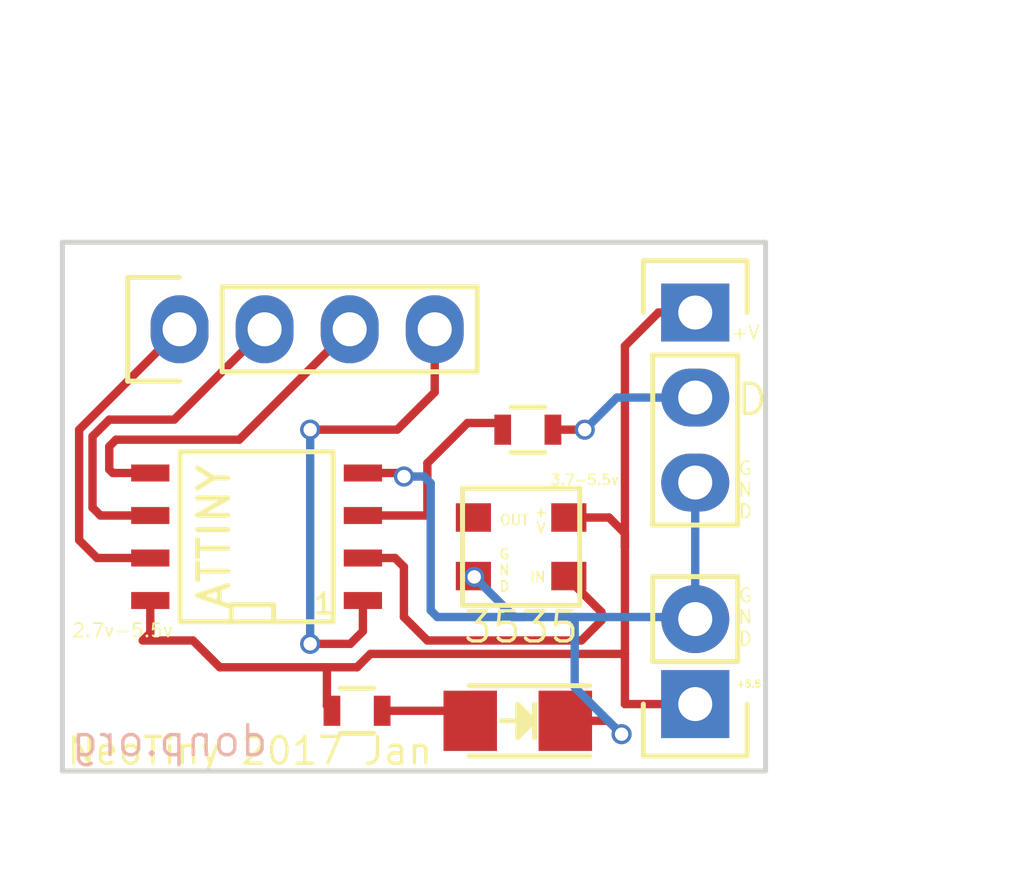
<source format=kicad_pcb>
(kicad_pcb (version 4) (host pcbnew 4.0.4+e1-6308~48~ubuntu16.04.1-stable)

  (general
    (links 0)
    (no_connects 0)
    (area 78.425 62.485713 109.814287 89.775)
    (thickness 1.6)
    (drawings 18)
    (tracks 88)
    (zones 0)
    (modules 8)
    (nets 1)
  )

  (page A4)
  (layers
    (0 F.Cu signal)
    (31 B.Cu signal)
    (32 B.Adhes user)
    (33 F.Adhes user)
    (34 B.Paste user)
    (35 F.Paste user)
    (36 B.SilkS user)
    (37 F.SilkS user)
    (38 B.Mask user)
    (39 F.Mask user)
    (40 Dwgs.User user)
    (41 Cmts.User user)
    (42 Eco1.User user)
    (43 Eco2.User user)
    (44 Edge.Cuts user)
    (45 Margin user)
    (46 B.CrtYd user)
    (47 F.CrtYd user)
    (48 B.Fab user)
    (49 F.Fab user)
  )

  (setup
    (last_trace_width 0.25)
    (trace_clearance 0.2)
    (zone_clearance 0.508)
    (zone_45_only no)
    (trace_min 0.2)
    (segment_width 0.2)
    (edge_width 0.15)
    (via_size 0.6)
    (via_drill 0.4)
    (via_min_size 0.4)
    (via_min_drill 0.3)
    (uvia_size 0.3)
    (uvia_drill 0.1)
    (uvias_allowed no)
    (uvia_min_size 0.2)
    (uvia_min_drill 0.1)
    (pcb_text_width 0.3)
    (pcb_text_size 1.5 1.5)
    (mod_edge_width 0.15)
    (mod_text_size 1 1)
    (mod_text_width 0.15)
    (pad_size 2.032 1.7272)
    (pad_drill 1.016)
    (pad_to_mask_clearance 0.2)
    (aux_axis_origin 0 0)
    (visible_elements FFFEFF7F)
    (pcbplotparams
      (layerselection 0x01030_80000001)
      (usegerberextensions true)
      (excludeedgelayer true)
      (linewidth 0.100000)
      (plotframeref false)
      (viasonmask false)
      (mode 1)
      (useauxorigin false)
      (hpglpennumber 1)
      (hpglpenspeed 20)
      (hpglpendiameter 15)
      (hpglpenoverlay 2)
      (psnegative false)
      (psa4output false)
      (plotreference true)
      (plotvalue true)
      (plotinvisibletext false)
      (padsonsilk false)
      (subtractmaskfromsilk false)
      (outputformat 1)
      (mirror false)
      (drillshape 0)
      (scaleselection 1)
      (outputdirectory /home/donp/osh))
  )

  (net 0 "")

  (net_class Default "This is the default net class."
    (clearance 0.2)
    (trace_width 0.25)
    (via_dia 0.6)
    (via_drill 0.4)
    (uvia_dia 0.3)
    (uvia_drill 0.1)
  )

  (module Resistors_SMD:R_0603 (layer F.Cu) (tedit 583B886C) (tstamp 585D7BAC)
    (at 94.9 75.4)
    (descr "Resistor SMD 0603, reflow soldering, Vishay (see dcrcw.pdf)")
    (tags "resistor 0603")
    (attr smd)
    (fp_text reference "" (at 0 -1.9) (layer F.SilkS)
      (effects (font (size 1 1) (thickness 0.15)))
    )
    (fp_text value R_0603 (at 0 1.9) (layer F.Fab)
      (effects (font (size 1 1) (thickness 0.15)))
    )
    (fp_line (start -0.8 0.4) (end -0.8 -0.4) (layer F.Fab) (width 0.1))
    (fp_line (start 0.8 0.4) (end -0.8 0.4) (layer F.Fab) (width 0.1))
    (fp_line (start 0.8 -0.4) (end 0.8 0.4) (layer F.Fab) (width 0.1))
    (fp_line (start -0.8 -0.4) (end 0.8 -0.4) (layer F.Fab) (width 0.1))
    (fp_line (start -1.3 -0.8) (end 1.3 -0.8) (layer F.CrtYd) (width 0.05))
    (fp_line (start -1.3 0.8) (end 1.3 0.8) (layer F.CrtYd) (width 0.05))
    (fp_line (start -1.3 -0.8) (end -1.3 0.8) (layer F.CrtYd) (width 0.05))
    (fp_line (start 1.3 -0.8) (end 1.3 0.8) (layer F.CrtYd) (width 0.05))
    (fp_line (start 0.5 0.675) (end -0.5 0.675) (layer F.SilkS) (width 0.15))
    (fp_line (start -0.5 -0.675) (end 0.5 -0.675) (layer F.SilkS) (width 0.15))
    (pad 1 smd rect (at -0.75 0) (size 0.5 0.9) (layers F.Cu F.Paste F.Mask))
    (pad 2 smd rect (at 0.75 0) (size 0.5 0.9) (layers F.Cu F.Paste F.Mask))
    (model Resistors_SMD.3dshapes/R_0603.wrl
      (at (xyz 0 0 0))
      (scale (xyz 1 1 1))
      (rotate (xyz 0 0 0))
    )
  )

  (module Pin_Headers:Pin_Header_Straight_1x02 (layer F.Cu) (tedit 5830FF80) (tstamp 583106AA)
    (at 99.9 83.6 180)
    (descr "Through hole pin header")
    (tags "pin header")
    (fp_text reference "" (at 0 -5.1 180) (layer F.SilkS)
      (effects (font (size 1 1) (thickness 0.15)))
    )
    (fp_text value Pin_Header_Straight_1x02 (at 0 -3.1 180) (layer F.Fab)
      (effects (font (size 1 1) (thickness 0.15)))
    )
    (fp_line (start 1.27 1.27) (end 1.27 3.81) (layer F.SilkS) (width 0.15))
    (fp_line (start 1.55 -1.55) (end 1.55 0) (layer F.SilkS) (width 0.15))
    (fp_line (start -1.75 -1.75) (end -1.75 4.3) (layer F.CrtYd) (width 0.05))
    (fp_line (start 1.75 -1.75) (end 1.75 4.3) (layer F.CrtYd) (width 0.05))
    (fp_line (start -1.75 -1.75) (end 1.75 -1.75) (layer F.CrtYd) (width 0.05))
    (fp_line (start -1.75 4.3) (end 1.75 4.3) (layer F.CrtYd) (width 0.05))
    (fp_line (start 1.27 1.27) (end -1.27 1.27) (layer F.SilkS) (width 0.15))
    (fp_line (start -1.55 0) (end -1.55 -1.55) (layer F.SilkS) (width 0.15))
    (fp_line (start -1.55 -1.55) (end 1.55 -1.55) (layer F.SilkS) (width 0.15))
    (fp_line (start -1.27 1.27) (end -1.27 3.81) (layer F.SilkS) (width 0.15))
    (fp_line (start -1.27 3.81) (end 1.27 3.81) (layer F.SilkS) (width 0.15))
    (pad 1 thru_hole rect (at 0 0 180) (size 2.032 2.032) (drill 1.016) (layers *.Cu *.Mask))
    (pad 2 thru_hole oval (at 0 2.54 180) (size 2.032 2.032) (drill 1.016) (layers *.Cu *.Mask))
    (model Pin_Headers.3dshapes/Pin_Header_Straight_1x02.wrl
      (at (xyz 0 -0.05 0))
      (scale (xyz 1 1 1))
      (rotate (xyz 0 0 90))
    )
  )

  (module SMD_Packages:SOIC-8-N (layer F.Cu) (tedit 583B74FF) (tstamp 5830FF81)
    (at 86.8 78.6 90)
    (descr "Module Narrow CMS SOJ 8 pins large")
    (tags "CMS SOJ")
    (attr smd)
    (fp_text reference ATTINY (at 0 -1.27 90) (layer F.SilkS)
      (effects (font (size 0.9 0.9) (thickness 0.15)))
    )
    (fp_text value SOIC-8-N (at 0 1.27 90) (layer F.Fab)
      (effects (font (size 1 1) (thickness 0.15)))
    )
    (fp_line (start -2.54 -2.286) (end 2.54 -2.286) (layer F.SilkS) (width 0.15))
    (fp_line (start 2.54 -2.286) (end 2.54 2.286) (layer F.SilkS) (width 0.15))
    (fp_line (start 2.54 2.286) (end -2.54 2.286) (layer F.SilkS) (width 0.15))
    (fp_line (start -2.54 2.286) (end -2.54 -2.286) (layer F.SilkS) (width 0.15))
    (fp_line (start -2.54 -0.762) (end -2.032 -0.762) (layer F.SilkS) (width 0.15))
    (fp_line (start -2.032 -0.762) (end -2.032 0.508) (layer F.SilkS) (width 0.15))
    (fp_line (start -2.032 0.508) (end -2.54 0.508) (layer F.SilkS) (width 0.15))
    (pad 8 smd rect (at -1.905 -3.175 90) (size 0.508 1.143) (layers F.Cu F.Paste F.Mask))
    (pad 7 smd rect (at -0.635 -3.175 90) (size 0.508 1.143) (layers F.Cu F.Paste F.Mask))
    (pad 6 smd rect (at 0.635 -3.175 90) (size 0.508 1.143) (layers F.Cu F.Paste F.Mask))
    (pad 5 smd rect (at 1.905 -3.175 90) (size 0.508 1.143) (layers F.Cu F.Paste F.Mask))
    (pad 4 smd rect (at 1.905 3.175 90) (size 0.508 1.143) (layers F.Cu F.Paste F.Mask))
    (pad 3 smd rect (at 0.635 3.175 90) (size 0.508 1.143) (layers F.Cu F.Paste F.Mask))
    (pad 2 smd rect (at -0.635 3.175 90) (size 0.508 1.143) (layers F.Cu F.Paste F.Mask))
    (pad 1 smd rect (at -1.905 3.175 90) (size 0.508 1.143) (layers F.Cu F.Paste F.Mask))
    (model SMD_Packages.3dshapes/SOIC-8-N.wrl
      (at (xyz 0 0 0))
      (scale (xyz 0.5 0.38 0.5))
      (rotate (xyz 0 0 0))
    )
  )

  (module ws2812:3535 (layer F.Cu) (tedit 583B7BBA) (tstamp 583100DF)
    (at 94.7 78.9)
    (fp_text reference 3535 (at 0 2.4) (layer F.SilkS)
      (effects (font (size 0.9 0.9) (thickness 0.1)))
    )
    (fp_text value 3535 (at 0.05 -2.2) (layer F.Fab)
      (effects (font (size 1 1) (thickness 0.15)))
    )
    (fp_line (start 1.75 1.75) (end -1.75 1.75) (layer F.SilkS) (width 0.15))
    (fp_line (start -1.75 1.75) (end -1.75 -1.75) (layer F.SilkS) (width 0.15))
    (fp_line (start 1.75 -1.75) (end 1.75 1.75) (layer F.SilkS) (width 0.15))
    (fp_line (start -1.75 -1.75) (end 1.7 -1.75) (layer F.SilkS) (width 0.15))
    (pad IN smd rect (at 1.325 0.875) (size 1.05 0.85) (drill (offset 0.1 0)) (layers F.Cu F.Paste F.Mask))
    (pad VDD smd rect (at 1.325 -0.875) (size 1.05 0.85) (drill (offset 0.1 0)) (layers F.Cu F.Paste F.Mask))
    (pad GND smd rect (at -1.325 0.875) (size 1.05 0.85) (drill (offset -0.1 0)) (layers F.Cu F.Paste F.Mask))
    (pad OUT smd rect (at -1.325 -0.875) (size 1.05 0.85) (drill (offset -0.1 0)) (layers F.Cu F.Paste F.Mask))
  )

  (module Pin_Headers:Pin_Header_Straight_1x04 (layer F.Cu) (tedit 583B81A8) (tstamp 583102C9)
    (at 84.5 72.4 90)
    (descr "Through hole pin header")
    (tags "pin header")
    (fp_text reference "" (at 0 -5.1 90) (layer F.SilkS)
      (effects (font (size 1 1) (thickness 0.15)))
    )
    (fp_text value Pin_Header_Straight_1x04 (at 0 -3.1 90) (layer F.Fab)
      (effects (font (size 1 1) (thickness 0.15)))
    )
    (fp_line (start -1.75 -1.75) (end -1.75 9.4) (layer F.CrtYd) (width 0.05))
    (fp_line (start 1.75 -1.75) (end 1.75 9.4) (layer F.CrtYd) (width 0.05))
    (fp_line (start -1.75 -1.75) (end 1.75 -1.75) (layer F.CrtYd) (width 0.05))
    (fp_line (start -1.75 9.4) (end 1.75 9.4) (layer F.CrtYd) (width 0.05))
    (fp_line (start -1.27 1.27) (end -1.27 8.89) (layer F.SilkS) (width 0.15))
    (fp_line (start 1.27 1.27) (end 1.27 8.89) (layer F.SilkS) (width 0.15))
    (fp_line (start 1.55 -1.55) (end 1.55 0) (layer F.SilkS) (width 0.15))
    (fp_line (start -1.27 8.89) (end 1.27 8.89) (layer F.SilkS) (width 0.15))
    (fp_line (start 1.27 1.27) (end -1.27 1.27) (layer F.SilkS) (width 0.15))
    (fp_line (start -1.55 0) (end -1.55 -1.55) (layer F.SilkS) (width 0.15))
    (fp_line (start -1.55 -1.55) (end 1.55 -1.55) (layer F.SilkS) (width 0.15))
    (pad 1 thru_hole oval (at 0 0 90) (size 2.032 1.7272) (drill 1.016) (layers *.Cu *.Mask))
    (pad 2 thru_hole oval (at 0 2.54 90) (size 2.032 1.7272) (drill 1.016) (layers *.Cu *.Mask))
    (pad 3 thru_hole oval (at 0 5.08 90) (size 2.032 1.7272) (drill 1.016) (layers *.Cu *.Mask))
    (pad 4 thru_hole oval (at 0 7.62 90) (size 2.032 1.7272) (drill 1.016) (layers *.Cu *.Mask))
    (model Pin_Headers.3dshapes/Pin_Header_Straight_1x04.wrl
      (at (xyz 0 -0.15 0))
      (scale (xyz 1 1 1))
      (rotate (xyz 0 0 90))
    )
  )

  (module Pin_Headers:Pin_Header_Straight_1x03 (layer F.Cu) (tedit 5830FFE6) (tstamp 5831094A)
    (at 99.9 71.9)
    (descr "Through hole pin header")
    (tags "pin header")
    (fp_text reference "" (at 0 -5.1) (layer F.SilkS)
      (effects (font (size 1 1) (thickness 0.15)))
    )
    (fp_text value Pin_Header_Straight_1x03 (at 0 -3.1) (layer F.Fab)
      (effects (font (size 1 1) (thickness 0.15)))
    )
    (fp_line (start -1.75 -1.75) (end -1.75 6.85) (layer F.CrtYd) (width 0.05))
    (fp_line (start 1.75 -1.75) (end 1.75 6.85) (layer F.CrtYd) (width 0.05))
    (fp_line (start -1.75 -1.75) (end 1.75 -1.75) (layer F.CrtYd) (width 0.05))
    (fp_line (start -1.75 6.85) (end 1.75 6.85) (layer F.CrtYd) (width 0.05))
    (fp_line (start -1.27 1.27) (end -1.27 6.35) (layer F.SilkS) (width 0.15))
    (fp_line (start -1.27 6.35) (end 1.27 6.35) (layer F.SilkS) (width 0.15))
    (fp_line (start 1.27 6.35) (end 1.27 1.27) (layer F.SilkS) (width 0.15))
    (fp_line (start 1.55 -1.55) (end 1.55 0) (layer F.SilkS) (width 0.15))
    (fp_line (start 1.27 1.27) (end -1.27 1.27) (layer F.SilkS) (width 0.15))
    (fp_line (start -1.55 0) (end -1.55 -1.55) (layer F.SilkS) (width 0.15))
    (fp_line (start -1.55 -1.55) (end 1.55 -1.55) (layer F.SilkS) (width 0.15))
    (pad 1 thru_hole rect (at 0 0) (size 2.032 1.7272) (drill 1.016) (layers *.Cu *.Mask))
    (pad 2 thru_hole oval (at 0 2.54) (size 2.032 1.7272) (drill 1.016) (layers *.Cu *.Mask))
    (pad 3 thru_hole oval (at 0 5.08) (size 2.032 1.7272) (drill 1.016) (layers *.Cu *.Mask))
    (model Pin_Headers.3dshapes/Pin_Header_Straight_1x03.wrl
      (at (xyz 0 -0.1 0))
      (scale (xyz 1 1 1))
      (rotate (xyz 0 0 90))
    )
  )

  (module LEDs:LED_1206 (layer F.Cu) (tedit 583B8881) (tstamp 583B8957)
    (at 94.6 84.1 180)
    (descr "LED 1206 smd package")
    (tags "LED1206 SMD")
    (attr smd)
    (fp_text reference "" (at 0 -2 180) (layer F.SilkS)
      (effects (font (size 1 1) (thickness 0.15)))
    )
    (fp_text value LED_1206 (at 0 2 180) (layer F.Fab)
      (effects (font (size 1 1) (thickness 0.15)))
    )
    (fp_line (start -0.5 -0.5) (end -0.5 0.5) (layer F.Fab) (width 0.15))
    (fp_line (start -0.5 0) (end 0 -0.5) (layer F.Fab) (width 0.15))
    (fp_line (start 0 0.5) (end -0.5 0) (layer F.Fab) (width 0.15))
    (fp_line (start 0 -0.5) (end 0 0.5) (layer F.Fab) (width 0.15))
    (fp_line (start -1.6 0.8) (end -1.6 -0.8) (layer F.Fab) (width 0.15))
    (fp_line (start 1.6 0.8) (end -1.6 0.8) (layer F.Fab) (width 0.15))
    (fp_line (start 1.6 -0.8) (end 1.6 0.8) (layer F.Fab) (width 0.15))
    (fp_line (start -1.6 -0.8) (end 1.6 -0.8) (layer F.Fab) (width 0.15))
    (fp_line (start -2.15 1.05) (end 1.45 1.05) (layer F.SilkS) (width 0.15))
    (fp_line (start -2.15 -1.05) (end 1.45 -1.05) (layer F.SilkS) (width 0.15))
    (fp_line (start -0.1 -0.3) (end -0.1 0.3) (layer F.SilkS) (width 0.15))
    (fp_line (start -0.1 0.3) (end -0.4 0) (layer F.SilkS) (width 0.15))
    (fp_line (start -0.4 0) (end -0.2 -0.2) (layer F.SilkS) (width 0.15))
    (fp_line (start -0.2 -0.2) (end -0.2 0.05) (layer F.SilkS) (width 0.15))
    (fp_line (start -0.2 0.05) (end -0.25 0) (layer F.SilkS) (width 0.15))
    (fp_line (start -0.5 -0.5) (end -0.5 0.5) (layer F.SilkS) (width 0.15))
    (fp_line (start 0 0) (end 0.5 0) (layer F.SilkS) (width 0.15))
    (fp_line (start -0.5 0) (end 0 -0.5) (layer F.SilkS) (width 0.15))
    (fp_line (start 0 -0.5) (end 0 0.5) (layer F.SilkS) (width 0.15))
    (fp_line (start 0 0.5) (end -0.5 0) (layer F.SilkS) (width 0.15))
    (fp_line (start 2.5 -1.25) (end -2.5 -1.25) (layer F.CrtYd) (width 0.05))
    (fp_line (start -2.5 -1.25) (end -2.5 1.25) (layer F.CrtYd) (width 0.05))
    (fp_line (start -2.5 1.25) (end 2.5 1.25) (layer F.CrtYd) (width 0.05))
    (fp_line (start 2.5 1.25) (end 2.5 -1.25) (layer F.CrtYd) (width 0.05))
    (pad 2 smd rect (at 1.41986 0) (size 1.59766 1.80086) (layers F.Cu F.Paste F.Mask))
    (pad 1 smd rect (at -1.41986 0) (size 1.59766 1.80086) (layers F.Cu F.Paste F.Mask))
    (model LEDs.3dshapes/LED_1206.wrl
      (at (xyz 0 0 0))
      (scale (xyz 1 1 1))
      (rotate (xyz 0 0 180))
    )
  )

  (module Resistors_SMD:R_0603 (layer F.Cu) (tedit 583B886C) (tstamp 583B8B53)
    (at 89.8 83.8)
    (descr "Resistor SMD 0603, reflow soldering, Vishay (see dcrcw.pdf)")
    (tags "resistor 0603")
    (attr smd)
    (fp_text reference "" (at 0 -1.9) (layer F.SilkS)
      (effects (font (size 1 1) (thickness 0.15)))
    )
    (fp_text value R_0603 (at 0 1.9) (layer F.Fab)
      (effects (font (size 1 1) (thickness 0.15)))
    )
    (fp_line (start -0.8 0.4) (end -0.8 -0.4) (layer F.Fab) (width 0.1))
    (fp_line (start 0.8 0.4) (end -0.8 0.4) (layer F.Fab) (width 0.1))
    (fp_line (start 0.8 -0.4) (end 0.8 0.4) (layer F.Fab) (width 0.1))
    (fp_line (start -0.8 -0.4) (end 0.8 -0.4) (layer F.Fab) (width 0.1))
    (fp_line (start -1.3 -0.8) (end 1.3 -0.8) (layer F.CrtYd) (width 0.05))
    (fp_line (start -1.3 0.8) (end 1.3 0.8) (layer F.CrtYd) (width 0.05))
    (fp_line (start -1.3 -0.8) (end -1.3 0.8) (layer F.CrtYd) (width 0.05))
    (fp_line (start 1.3 -0.8) (end 1.3 0.8) (layer F.CrtYd) (width 0.05))
    (fp_line (start 0.5 0.675) (end -0.5 0.675) (layer F.SilkS) (width 0.15))
    (fp_line (start -0.5 -0.675) (end 0.5 -0.675) (layer F.SilkS) (width 0.15))
    (pad 1 smd rect (at -0.75 0) (size 0.5 0.9) (layers F.Cu F.Paste F.Mask))
    (pad 2 smd rect (at 0.75 0) (size 0.5 0.9) (layers F.Cu F.Paste F.Mask))
    (model Resistors_SMD.3dshapes/R_0603.wrl
      (at (xyz 0 0 0))
      (scale (xyz 1 1 1))
      (rotate (xyz 0 0 0))
    )
  )

  (gr_text D (at 101.6 74.5) (layer F.SilkS)
    (effects (font (size 0.9 0.9) (thickness 0.1)))
  )
  (gr_text OUT (at 94.5 78.1) (layer F.SilkS)
    (effects (font (size 0.3 0.3) (thickness 0.05)))
  )
  (gr_text IN (at 95.2 79.8) (layer F.SilkS)
    (effects (font (size 0.3 0.3) (thickness 0.05)))
  )
  (gr_text "+\nV" (at 95.3 78.1) (layer F.SilkS)
    (effects (font (size 0.3 0.3) (thickness 0.05)))
  )
  (gr_text "G\nN\nD" (at 94.2 79.6) (layer F.SilkS)
    (effects (font (size 0.3 0.3) (thickness 0.05)))
  )
  (gr_text 1 (at 88.8 80.6) (layer F.SilkS)
    (effects (font (size 0.6 0.6) (thickness 0.1)))
  )
  (gr_text +V (at 101.4 72.5) (layer F.SilkS)
    (effects (font (size 0.4 0.4) (thickness 0.05)))
  )
  (gr_text "G\nN\nD" (at 101.4 77.2) (layer F.SilkS)
    (effects (font (size 0.4 0.4) (thickness 0.05)))
  )
  (gr_text "G\nN\nD" (at 101.4 81) (layer F.SilkS)
    (effects (font (size 0.4 0.4) (thickness 0.05)))
  )
  (gr_text +5.5 (at 101.5 83) (layer F.SilkS)
    (effects (font (size 0.2 0.2) (thickness 0.05)))
  )
  (gr_text 2.7v-5.5v (at 82.8 81.4) (layer F.SilkS)
    (effects (font (size 0.4 0.4) (thickness 0.05)))
  )
  (gr_text 3.7-5.5v (at 96.6 76.9) (layer F.SilkS)
    (effects (font (size 0.3 0.3) (thickness 0.05)))
  )
  (gr_text donp.org (at 84.2 84.7) (layer B.SilkS)
    (effects (font (size 0.9 0.9) (thickness 0.1)) (justify mirror))
  )
  (gr_text "NeoTiny 2017 Jan" (at 86.6 85) (layer F.SilkS)
    (effects (font (size 0.8 0.8) (thickness 0.1)))
  )
  (gr_line (start 102 69.8) (end 102 85.6) (angle 90) (layer Edge.Cuts) (width 0.15))
  (gr_line (start 81 85.6) (end 102 85.6) (angle 90) (layer Edge.Cuts) (width 0.15) (tstamp 58310406))
  (gr_line (start 81 69.8) (end 102 69.8) (angle 90) (layer Edge.Cuts) (width 0.15))
  (gr_line (start 81 69.8) (end 81 85.6) (angle 90) (layer Edge.Cuts) (width 0.15))

  (segment (start 95.65 75.4) (end 96.6 75.4) (width 0.25) (layer F.Cu) (net 0) (status 400000))
  (segment (start 97.56 74.44) (end 99.9 74.44) (width 0.25) (layer B.Cu) (net 0) (tstamp 585D7C25) (status 800000))
  (segment (start 96.6 75.4) (end 97.56 74.44) (width 0.25) (layer B.Cu) (net 0) (tstamp 585D7C24))
  (via (at 96.6 75.4) (size 0.6) (drill 0.4) (layers F.Cu B.Cu) (net 0))
  (segment (start 93.95 75.2) (end 93.2 75.2) (width 0.25) (layer F.Cu) (net 0) (status 400000))
  (segment (start 91.935 77.965) (end 89.975 77.965) (width 0.25) (layer F.Cu) (net 0))
  (segment (start 91.935 77.965) (end 91.9 77.93) (width 0.25) (layer F.Cu) (net 0) (tstamp 583B85B6))
  (segment (start 91.9 77.93) (end 91.9 76.4) (width 0.25) (layer F.Cu) (net 0) (tstamp 583B85BA))
  (segment (start 91.9 76.4) (end 93.1 75.2) (width 0.25) (layer F.Cu) (net 0) (tstamp 583B85C0))
  (segment (start 93.1 75.2) (end 93.2 75.2) (width 0.25) (layer F.Cu) (net 0) (tstamp 583B85C2))
  (segment (start 93.95 75.2) (end 94.15 75.4) (width 0.25) (layer F.Cu) (net 0) (tstamp 585D7C1F) (status C00000))
  (segment (start 96.3 81) (end 96.3 83.1) (width 0.25) (layer B.Cu) (net 0))
  (segment (start 97.3 84.1) (end 96.01986 84.1) (width 0.25) (layer F.Cu) (net 0) (tstamp 583B8C39))
  (segment (start 97.7 84.5) (end 97.3 84.1) (width 0.25) (layer F.Cu) (net 0) (tstamp 583B8C38))
  (via (at 97.7 84.5) (size 0.6) (drill 0.4) (layers F.Cu B.Cu) (net 0))
  (segment (start 96.3 83.1) (end 97.7 84.5) (width 0.25) (layer B.Cu) (net 0) (tstamp 583B8C35))
  (segment (start 90.55 83.8) (end 92.88014 83.8) (width 0.25) (layer F.Cu) (net 0))
  (segment (start 92.88014 83.8) (end 93.18014 84.1) (width 0.25) (layer F.Cu) (net 0) (tstamp 583B8C10))
  (segment (start 88.9 82.5) (end 88.9 83.65) (width 0.25) (layer F.Cu) (net 0))
  (segment (start 88.9 83.65) (end 89.05 83.8) (width 0.25) (layer F.Cu) (net 0) (tstamp 583B8C0D))
  (segment (start 97.8 82.1) (end 90.2 82.1) (width 0.25) (layer F.Cu) (net 0))
  (segment (start 83.625 81.475) (end 83.625 80.505) (width 0.25) (layer F.Cu) (net 0) (tstamp 583B8BE6))
  (segment (start 83.4 81.7) (end 83.625 81.475) (width 0.25) (layer F.Cu) (net 0) (tstamp 583B8BE5))
  (segment (start 84.9 81.7) (end 83.4 81.7) (width 0.25) (layer F.Cu) (net 0) (tstamp 583B8BE4))
  (segment (start 85.7 82.5) (end 84.9 81.7) (width 0.25) (layer F.Cu) (net 0) (tstamp 583B8BE3))
  (segment (start 89.8 82.5) (end 88.9 82.5) (width 0.25) (layer F.Cu) (net 0) (tstamp 583B8BE2))
  (segment (start 88.9 82.5) (end 85.7 82.5) (width 0.25) (layer F.Cu) (net 0) (tstamp 583B8C0B))
  (segment (start 90.2 82.1) (end 89.8 82.5) (width 0.25) (layer F.Cu) (net 0) (tstamp 583B8BE1))
  (segment (start 91.8 76.8) (end 91.2 76.8) (width 0.25) (layer B.Cu) (net 0))
  (segment (start 92.2 81) (end 92 80.8) (width 0.25) (layer B.Cu) (net 0) (tstamp 583B810C))
  (segment (start 92 80.8) (end 92 77) (width 0.25) (layer B.Cu) (net 0) (tstamp 583B810E))
  (segment (start 92 77) (end 91.8 76.8) (width 0.25) (layer B.Cu) (net 0) (tstamp 583B8111))
  (segment (start 94.8 81) (end 92.2 81) (width 0.25) (layer B.Cu) (net 0))
  (segment (start 91.095 76.695) (end 89.975 76.695) (width 0.25) (layer F.Cu) (net 0) (tstamp 583B85DC))
  (segment (start 91.2 76.8) (end 91.095 76.695) (width 0.25) (layer F.Cu) (net 0) (tstamp 583B85DB))
  (via (at 91.2 76.8) (size 0.6) (drill 0.4) (layers F.Cu B.Cu) (net 0))
  (segment (start 97.8 78.9) (end 97.8 72.9) (width 0.25) (layer F.Cu) (net 0))
  (segment (start 98.8 71.9) (end 99.9 71.9) (width 0.25) (layer F.Cu) (net 0) (tstamp 583B82B0))
  (segment (start 97.8 72.9) (end 98.8 71.9) (width 0.25) (layer F.Cu) (net 0) (tstamp 583B82AF))
  (segment (start 99.9 81.06) (end 99.9 76.98) (width 0.25) (layer B.Cu) (net 0))
  (segment (start 89.975 79.235) (end 90.935 79.235) (width 0.25) (layer F.Cu) (net 0))
  (segment (start 97.1 80.85) (end 96.025 79.775) (width 0.25) (layer F.Cu) (net 0) (tstamp 583B8271))
  (segment (start 97.1 81.1) (end 97.1 80.85) (width 0.25) (layer F.Cu) (net 0) (tstamp 583B8270))
  (segment (start 96.5 81.7) (end 97.1 81.1) (width 0.25) (layer F.Cu) (net 0) (tstamp 583B826E))
  (segment (start 91.9 81.7) (end 96.5 81.7) (width 0.25) (layer F.Cu) (net 0) (tstamp 583B8269))
  (segment (start 91.2 81) (end 91.9 81.7) (width 0.25) (layer F.Cu) (net 0) (tstamp 583B8266))
  (segment (start 91.2 79.5) (end 91.2 81) (width 0.25) (layer F.Cu) (net 0) (tstamp 583B8261))
  (segment (start 90.935 79.235) (end 91.2 79.5) (width 0.25) (layer F.Cu) (net 0) (tstamp 583B8260))
  (segment (start 89.975 80.505) (end 89.975 81.425) (width 0.25) (layer F.Cu) (net 0))
  (segment (start 92.12 74.28) (end 92.12 72.4) (width 0.25) (layer F.Cu) (net 0) (tstamp 583B8259))
  (segment (start 91 75.4) (end 92.12 74.28) (width 0.25) (layer F.Cu) (net 0) (tstamp 583B8258))
  (segment (start 88.4 75.4) (end 91 75.4) (width 0.25) (layer F.Cu) (net 0) (tstamp 583B8257))
  (via (at 88.4 75.4) (size 0.6) (drill 0.4) (layers F.Cu B.Cu) (net 0))
  (segment (start 88.4 81.8) (end 88.4 75.4) (width 0.25) (layer B.Cu) (net 0) (tstamp 583B8252))
  (via (at 88.4 81.8) (size 0.6) (drill 0.4) (layers F.Cu B.Cu) (net 0))
  (segment (start 89.6 81.8) (end 88.4 81.8) (width 0.25) (layer F.Cu) (net 0) (tstamp 583B824F))
  (segment (start 89.975 81.425) (end 89.6 81.8) (width 0.25) (layer F.Cu) (net 0) (tstamp 583B8249))
  (segment (start 83.625 79.235) (end 82.035 79.235) (width 0.25) (layer F.Cu) (net 0))
  (segment (start 81.5 75.4) (end 84.5 72.4) (width 0.25) (layer F.Cu) (net 0) (tstamp 583B8228))
  (segment (start 81.5 78.7) (end 81.5 75.4) (width 0.25) (layer F.Cu) (net 0) (tstamp 583B8224))
  (segment (start 82.035 79.235) (end 81.5 78.7) (width 0.25) (layer F.Cu) (net 0) (tstamp 583B8220))
  (segment (start 83.625 77.965) (end 82.135 77.965) (width 0.25) (layer F.Cu) (net 0))
  (segment (start 84.34 75.1) (end 87.04 72.4) (width 0.25) (layer F.Cu) (net 0) (tstamp 583B81F0))
  (segment (start 82.4 75.1) (end 84.34 75.1) (width 0.25) (layer F.Cu) (net 0) (tstamp 583B81ED))
  (segment (start 81.9 75.6) (end 82.4 75.1) (width 0.25) (layer F.Cu) (net 0) (tstamp 583B81EB))
  (segment (start 81.9 77.73) (end 81.9 75.6) (width 0.25) (layer F.Cu) (net 0) (tstamp 583B81E7))
  (segment (start 82.135 77.965) (end 81.9 77.73) (width 0.25) (layer F.Cu) (net 0) (tstamp 583B81E5))
  (segment (start 83.625 76.695) (end 82.505 76.695) (width 0.25) (layer F.Cu) (net 0))
  (segment (start 86.28 75.7) (end 89.58 72.4) (width 0.25) (layer F.Cu) (net 0) (tstamp 583B81E1))
  (segment (start 82.6 75.7) (end 86.28 75.7) (width 0.25) (layer F.Cu) (net 0) (tstamp 583B81DD))
  (segment (start 82.4 75.9) (end 82.6 75.7) (width 0.25) (layer F.Cu) (net 0) (tstamp 583B81D8))
  (segment (start 82.4 76.59) (end 82.4 75.9) (width 0.25) (layer F.Cu) (net 0) (tstamp 583B81D6))
  (segment (start 82.505 76.695) (end 82.4 76.59) (width 0.25) (layer F.Cu) (net 0) (tstamp 583B81D5))
  (segment (start 97.8 83.6) (end 97.8 82.1) (width 0.25) (layer F.Cu) (net 0))
  (segment (start 97.8 82.1) (end 97.8 78.9) (width 0.25) (layer F.Cu) (net 0) (tstamp 583B8BDF))
  (segment (start 97.8 78.9) (end 97.8 78.5) (width 0.25) (layer F.Cu) (net 0) (tstamp 583B82AD))
  (segment (start 97.325 78.025) (end 96.025 78.025) (width 0.25) (layer F.Cu) (net 0) (tstamp 583B8136))
  (segment (start 97.8 78.5) (end 97.325 78.025) (width 0.25) (layer F.Cu) (net 0) (tstamp 583B8135))
  (segment (start 99.9 83.6) (end 97.8 83.6) (width 0.25) (layer F.Cu) (net 0))
  (via (at 99.9 81.06) (size 0.6) (drill 0.4) (layers F.Cu B.Cu) (net 0))
  (segment (start 99.9 81.06) (end 99.84 81) (width 0.25) (layer B.Cu) (net 0) (tstamp 583B7BEB))
  (segment (start 99.84 81) (end 96.3 81) (width 0.25) (layer B.Cu) (net 0) (tstamp 583B7BEC))
  (segment (start 96.3 81) (end 94.8 81) (width 0.25) (layer B.Cu) (net 0) (tstamp 583B8C33))
  (segment (start 94.8 81) (end 94.5 81) (width 0.25) (layer B.Cu) (net 0) (tstamp 583B810A))
  (segment (start 93.3 79.8) (end 93.325 79.775) (width 0.25) (layer F.Cu) (net 0) (tstamp 583B7BF5))
  (via (at 93.3 79.8) (size 0.6) (drill 0.4) (layers F.Cu B.Cu) (net 0))
  (segment (start 94.5 81) (end 93.3 79.8) (width 0.25) (layer B.Cu) (net 0) (tstamp 583B7BF2))
  (segment (start 93.325 79.775) (end 93.375 79.775) (width 0.25) (layer F.Cu) (net 0) (tstamp 583B7BF6))

)

</source>
